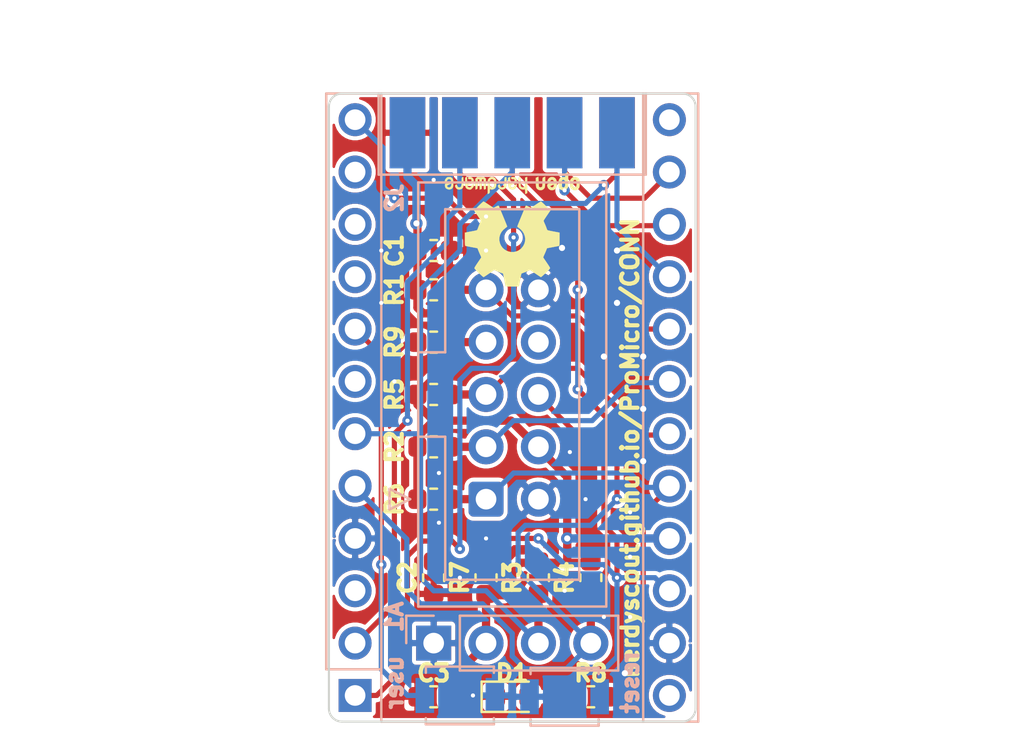
<source format=kicad_pcb>
(kicad_pcb (version 20171130) (host pcbnew 5.1.5+dfsg1-2build2)
  (title_block (title ProMicro_CONN) (date 2020-07-11) (rev v1.3) (company https://github.com/nerdyscout/ProMicro_CONN) (comment 1 "CERN Open Hardware Licence v1.2"))
  (layers (0 F.Cu mixed) (31 B.Cu mixed) (34 B.Paste user) (35 F.Paste user) (36 B.SilkS user) (37 F.SilkS user) (38 B.Mask user) (39 F.Mask user) (44 Edge.Cuts user))
  (net 0 "")
  (net 1 GND)
  (net 2 +3V3)
  (net 3 A3)
  (net 4 A2)
  (net 5 A1)
  (net 6 A0)
  (net 7 Reset)
  (net 8 "Net-(D1-Pad2)")
  (net 9 D15)
  (net 10 D3)
  (net 11 D14)
  (net 12 D2)
  (net 13 D16)
  (net 14 D0)
  (net 15 D1)
  (net 16 D9)
  (net 17 D5)
  (module Connector_IDC:IDC-Header_2x05_P2.54mm_Vertical (layer B.Cu) (at 143.51 94.615)
    (fp_text reference J1 hide)
    (fp_text value AVR-JTAG-10 hide)
    (pad 10 thru_hole circle (at 2.54 -10.16) (size 1.7 1.7) (drill 1) (layers *.Cu *.Mask) (net 1 GND))
    (pad 8 thru_hole circle (at 2.54 -7.62) (size 1.7 1.7) (drill 1) (layers *.Cu *.Mask))
    (pad 6 thru_hole circle (at 2.54 -5.08) (size 1.7 1.7) (drill 1) (layers *.Cu *.Mask) (net 7 Reset))
    (pad 4 thru_hole circle (at 2.54 -2.54) (size 1.7 1.7) (drill 1) (layers *.Cu *.Mask) (net 2 +3V3))
    (pad 2 thru_hole circle (at 2.54 0) (size 1.7 1.7) (drill 1) (layers *.Cu *.Mask) (net 1 GND))
    (pad 9 thru_hole circle (at 0 -10.16) (size 1.7 1.7) (drill 1) (layers *.Cu *.Mask) (net 6 A0))
    (pad 7 thru_hole circle (at 0 -7.62) (size 1.7 1.7) (drill 1) (layers *.Cu *.Mask) (net 2 +3V3))
    (pad 5 thru_hole circle (at 0 -5.08) (size 1.7 1.7) (drill 1) (layers *.Cu *.Mask) (net 4 A2))
    (pad 3 thru_hole circle (at 0 -2.54) (size 1.7 1.7) (drill 1) (layers *.Cu *.Mask) (net 5 A1))
    (pad 1 thru_hole roundrect (at 0 0) (size 1.7 1.7) (drill 1) (layers *.Cu *.Mask) (roundrect_rratio 0.147059) (net 3 A3))
  )
  (module Module:Sparkfun_Pro_Micro (layer B.Cu) (at 137.16 104.14)
    (fp_text reference A1 (at 1.905 -3.81 90) (layer B.SilkS) (effects (font (size 0.8 0.8) (thickness 0.2)) (justify mirror)))
    (fp_text value Sparkfun_Pro_Micro_3V3 hide)
    (pad 24 thru_hole oval (at 15.24 0) (size 1.6 1.6) (drill 1) (layers *.Cu *.Mask))
    (pad 23 thru_hole oval (at 15.24 -2.54) (size 1.6 1.6) (drill 1) (layers *.Cu *.Mask) (net 1 GND))
    (pad 22 thru_hole oval (at 15.24 -5.08) (size 1.6 1.6) (drill 1) (layers *.Cu *.Mask) (net 7 Reset))
    (pad 12 thru_hole oval (at 0 -27.94) (size 1.6 1.6) (drill 1) (layers *.Cu *.Mask) (net 16 D9))
    (pad 21 thru_hole oval (at 15.24 -7.62) (size 1.6 1.6) (drill 1) (layers *.Cu *.Mask) (net 2 +3V3))
    (pad 11 thru_hole oval (at 0 -25.4) (size 1.6 1.6) (drill 1) (layers *.Cu *.Mask))
    (pad 20 thru_hole oval (at 15.24 -10.16) (size 1.6 1.6) (drill 1) (layers *.Cu *.Mask) (net 3 A3))
    (pad 10 thru_hole oval (at 0 -22.86) (size 1.6 1.6) (drill 1) (layers *.Cu *.Mask))
    (pad 19 thru_hole oval (at 15.24 -12.7) (size 1.6 1.6) (drill 1) (layers *.Cu *.Mask) (net 4 A2))
    (pad 9 thru_hole oval (at 0 -20.32) (size 1.6 1.6) (drill 1) (layers *.Cu *.Mask))
    (pad 18 thru_hole oval (at 15.24 -15.24) (size 1.6 1.6) (drill 1) (layers *.Cu *.Mask) (net 5 A1))
    (pad 8 thru_hole oval (at 0 -17.78) (size 1.6 1.6) (drill 1) (layers *.Cu *.Mask) (net 17 D5))
    (pad 17 thru_hole oval (at 15.24 -17.78) (size 1.6 1.6) (drill 1) (layers *.Cu *.Mask) (net 6 A0))
    (pad 7 thru_hole oval (at 0 -15.24) (size 1.6 1.6) (drill 1) (layers *.Cu *.Mask))
    (pad 16 thru_hole oval (at 15.24 -20.32) (size 1.6 1.6) (drill 1) (layers *.Cu *.Mask) (net 9 D15))
    (pad 6 thru_hole oval (at 0 -12.7) (size 1.6 1.6) (drill 1) (layers *.Cu *.Mask) (net 10 D3))
    (pad 15 thru_hole oval (at 15.24 -22.86) (size 1.6 1.6) (drill 1) (layers *.Cu *.Mask) (net 11 D14))
    (pad 5 thru_hole oval (at 0 -10.16) (size 1.6 1.6) (drill 1) (layers *.Cu *.Mask) (net 12 D2))
    (pad 14 thru_hole oval (at 15.24 -25.4) (size 1.6 1.6) (drill 1) (layers *.Cu *.Mask) (net 13 D16))
    (pad 4 thru_hole oval (at 0 -7.62) (size 1.6 1.6) (drill 1) (layers *.Cu *.Mask) (net 1 GND))
    (pad 13 thru_hole oval (at 15.24 -27.94) (size 1.6 1.6) (drill 1) (layers *.Cu *.Mask))
    (pad 3 thru_hole oval (at 0 -5.08) (size 1.6 1.6) (drill 1) (layers *.Cu *.Mask))
    (pad 2 thru_hole oval (at 0 -2.54) (size 1.6 1.6) (drill 1) (layers *.Cu *.Mask) (net 14 D0))
    (pad 1 thru_hole rect (at 0 0) (size 1.6 1.6) (drill 1) (layers *.Cu *.Mask) (net 15 D1))
  )
  (module Button_Switch_SMD:SW_SPST_B3U-1000P (layer B.Cu) (at 142.24 104.14 180)
    (fp_text reference SW2 hide)
    (fp_text value user (at 3.175 0.635 90) (layer B.SilkS) (effects (font (size 0.8 0.8) (thickness 0.2)) (justify mirror)))
    (pad 2 smd rect (at 1.7 0 180) (size 0.9 1.7) (layers B.Cu B.Paste B.Mask) (net 17 D5))
    (pad 1 smd rect (at -1.7 0 180) (size 0.9 1.7) (layers B.Cu B.Paste B.Mask) (net 1 GND))
  )
  (module Resistor_SMD:R_0603_1608Metric (layer F.Cu) (at 140.97 86.995)
    (fp_text reference R9 (at -1.905 0 90) (layer F.SilkS) (effects (font (size 0.8 0.8) (thickness 0.2))))
    (fp_text value 4k7 hide)
    (pad 2 smd roundrect (at 0.7875 0) (size 0.875 0.95) (layers F.Cu F.Paste F.Mask) (net 2 +3V3))
    (pad 1 smd roundrect (at -0.7875 0) (size 0.875 0.95) (layers F.Cu F.Paste F.Mask) (net 17 D5))
  )
  (module Connector_PCBEdge:UEXT (layer B.Cu) (at 144.78 76.835 270)
    (fp_text reference J2 (at 3.175 5.715 270) (layer B.SilkS) (effects (font (size 0.8 0.8) (thickness 0.2)) (justify mirror)))
    (fp_text value UEXT_Host hide)
    (pad 7 smd rect (at 0 -2.54 270) (size 3.4544 1.7272) (layers B.Cu B.Mask) (net 11 D14))
    (pad 8 smd rect (at 0 -2.54 270) (size 3.4544 1.7272) (layers F.Cu F.Mask) (net 13 D16))
    (pad 9 smd rect (at 0 -5.08 270) (size 3.4544 1.7272) (layers B.Cu B.Mask) (net 9 D15))
    (pad 10 smd rect (at 0 -5.08 270) (size 3.4544 1.7272) (layers F.Cu F.Mask) (net 16 D9))
    (pad 6 smd rect (at 0 0 270) (size 3.4544 1.7272) (layers F.Cu F.Mask) (net 12 D2))
    (pad 5 smd rect (at 0 0 270) (size 3.4544 1.7272) (layers B.Cu B.Mask) (net 10 D3))
    (pad 4 smd rect (at 0 2.54 270) (size 3.4544 1.7272) (layers F.Cu F.Mask) (net 15 D1))
    (pad 3 smd rect (at 0 2.54 270) (size 3.4544 1.7272) (layers B.Cu B.Mask) (net 14 D0))
    (pad 2 smd rect (at 0 5.08 270) (size 3.4544 1.7272) (layers F.Cu F.Mask) (net 1 GND))
    (pad 1 smd rect (at 0 5.08 270) (size 3.4544 1.7272) (layers B.Cu B.Mask) (net 2 +3V3))
  )
  (module Symbol:OSHW-Logo2_7.3x6mm_SilkScreen (layer F.Cu) (at 144.78 81.534 180)
    (fp_text reference LOGO1 hide)
    (fp_text value Logo_Open_Hardware_Small hide)
  )
  (module Resistor_SMD:R_0603_1608Metric (layer F.Cu) (at 148.59 104.203452)
    (fp_text reference R8 (at 0 -1.143 -180) (layer F.SilkS) (effects (font (size 0.8 0.8) (thickness 0.2))))
    (fp_text value 1k hide)
    (pad 2 smd roundrect (at 0.7875 0) (size 0.875 0.95) (layers F.Cu F.Paste F.Mask) (net 3 A3))
    (pad 1 smd roundrect (at -0.7875 0) (size 0.875 0.95) (layers F.Cu F.Paste F.Mask) (net 8 "Net-(D1-Pad2)"))
  )
  (module Resistor_SMD:R_0603_1608Metric (layer F.Cu) (at 143.51 98.425 270)
    (fp_text reference R7 (at 0 1.27 270) (layer F.SilkS) (effects (font (size 0.8 0.8) (thickness 0.2))))
    (fp_text value 4k7 hide)
    (pad 2 smd roundrect (at 0.7875 0 270) (size 0.875 0.95) (layers F.Cu F.Paste F.Mask) (net 2 +3V3))
    (pad 1 smd roundrect (at -0.7875 0 270) (size 0.875 0.95) (layers F.Cu F.Paste F.Mask) (net 7 Reset))
  )
  (module Resistor_SMD:R_0603_1608Metric (layer F.Cu) (at 140.97 94.615 180)
    (fp_text reference R6 (at 1.905 0 90) (layer F.SilkS) (effects (font (size 0.8 0.8) (thickness 0.2))))
    (fp_text value 4k7 hide)
    (pad 2 smd roundrect (at 0.7875 0 180) (size 0.875 0.95) (layers F.Cu F.Paste F.Mask) (net 2 +3V3))
    (pad 1 smd roundrect (at -0.7875 0 180) (size 0.875 0.95) (layers F.Cu F.Paste F.Mask) (net 3 A3))
  )
  (module Resistor_SMD:R_0603_1608Metric (layer F.Cu) (at 140.97 89.535 180)
    (fp_text reference R5 (at 1.905 0 90) (layer F.SilkS) (effects (font (size 0.8 0.8) (thickness 0.2))))
    (fp_text value 4k7 hide)
    (pad 2 smd roundrect (at 0.7875 0 180) (size 0.875 0.95) (layers F.Cu F.Paste F.Mask) (net 2 +3V3))
    (pad 1 smd roundrect (at -0.7875 0 180) (size 0.875 0.95) (layers F.Cu F.Paste F.Mask) (net 4 A2))
  )
  (module Resistor_SMD:R_0603_1608Metric (layer F.Cu) (at 148.59 98.425 90)
    (fp_text reference R4 (at 0 -1.27 90) (layer F.SilkS) (effects (font (size 0.8 0.8) (thickness 0.2))))
    (fp_text value 4k7 hide)
    (pad 2 smd roundrect (at 0.7875 0 90) (size 0.875 0.95) (layers F.Cu F.Paste F.Mask) (net 2 +3V3))
    (pad 1 smd roundrect (at -0.7875 0 90) (size 0.875 0.95) (layers F.Cu F.Paste F.Mask) (net 12 D2))
  )
  (module Resistor_SMD:R_0603_1608Metric (layer F.Cu) (at 146.05 98.425 90)
    (fp_text reference R3 (at 0 -1.27 90) (layer F.SilkS) (effects (font (size 0.8 0.8) (thickness 0.2))))
    (fp_text value 4k7 hide)
    (pad 2 smd roundrect (at 0.7875 0 90) (size 0.875 0.95) (layers F.Cu F.Paste F.Mask) (net 2 +3V3))
    (pad 1 smd roundrect (at -0.7875 0 90) (size 0.875 0.95) (layers F.Cu F.Paste F.Mask) (net 10 D3))
  )
  (module Resistor_SMD:R_0603_1608Metric (layer F.Cu) (at 140.97 92.075 180)
    (fp_text reference R2 (at 1.905 0 90) (layer F.SilkS) (effects (font (size 0.8 0.8) (thickness 0.2))))
    (fp_text value 4k7 hide)
    (pad 2 smd roundrect (at 0.7875 0 180) (size 0.875 0.95) (layers F.Cu F.Paste F.Mask) (net 2 +3V3))
    (pad 1 smd roundrect (at -0.7875 0 180) (size 0.875 0.95) (layers F.Cu F.Paste F.Mask) (net 5 A1))
  )
  (module Resistor_SMD:R_0603_1608Metric (layer F.Cu) (at 140.97 84.455 180)
    (fp_text reference R1 (at 1.905 0 90) (layer F.SilkS) (effects (font (size 0.8 0.8) (thickness 0.2))))
    (fp_text value 4k7 hide)
    (pad 2 smd roundrect (at 0.7875 0 180) (size 0.875 0.95) (layers F.Cu F.Paste F.Mask) (net 2 +3V3))
    (pad 1 smd roundrect (at -0.7875 0 180) (size 0.875 0.95) (layers F.Cu F.Paste F.Mask) (net 6 A0))
  )
  (module Capacitor_SMD:C_0603_1608Metric (layer F.Cu) (at 140.97 104.203452 180)
    (fp_text reference C3 (at 0 1.143 180) (layer F.SilkS) (effects (font (size 0.8 0.8) (thickness 0.2))))
    (fp_text value 100n hide)
    (pad 2 smd roundrect (at 0.7875 0 180) (size 0.875 0.95) (layers F.Cu F.Paste F.Mask) (net 1 GND))
    (pad 1 smd roundrect (at -0.7875 0 180) (size 0.875 0.95) (layers F.Cu F.Paste F.Mask) (net 2 +3V3))
  )
  (module Capacitor_SMD:C_0603_1608Metric (layer F.Cu) (at 140.97 98.425 270)
    (fp_text reference C2 (at 0 1.27 270) (layer F.SilkS) (effects (font (size 0.8 0.8) (thickness 0.2))))
    (fp_text value 1µ hide)
    (pad 2 smd roundrect (at 0.7875 0 270) (size 0.875 0.95) (layers F.Cu F.Paste F.Mask) (net 1 GND))
    (pad 1 smd roundrect (at -0.7875 0 270) (size 0.875 0.95) (layers F.Cu F.Paste F.Mask) (net 7 Reset))
  )
  (module Capacitor_SMD:C_0603_1608Metric (layer F.Cu) (at 140.97 82.55)
    (fp_text reference C1 (at -1.905 0 90) (layer F.SilkS) (effects (font (size 0.8 0.8) (thickness 0.2))))
    (fp_text value 1µ hide)
    (pad 2 smd roundrect (at 0.7875 0) (size 0.875 0.95) (layers F.Cu F.Paste F.Mask) (net 1 GND))
    (pad 1 smd roundrect (at -0.7875 0) (size 0.875 0.95) (layers F.Cu F.Paste F.Mask) (net 2 +3V3))
  )
  (module Button_Switch_SMD:SW_SPST_B3U-1000P (layer B.Cu) (at 147.32 104.203452)
    (fp_text reference SW1 hide)
    (fp_text value reset (at 3.175 -0.698452 90) (layer B.SilkS) (effects (font (size 0.8 0.8) (thickness 0.2)) (justify mirror)))
    (pad 2 smd rect (at 1.7 0) (size 0.9 1.7) (layers B.Cu B.Paste B.Mask) (net 7 Reset))
    (pad 1 smd rect (at -1.7 0) (size 0.9 1.7) (layers B.Cu B.Paste B.Mask) (net 1 GND))
  )
  (module LED_SMD:LED_0603_1608Metric (layer F.Cu) (at 144.78 104.203452)
    (fp_text reference D1 (at 0 -1.143) (layer F.SilkS) (effects (font (size 0.8 0.8) (thickness 0.2))))
    (fp_text value LED hide)
    (pad 2 smd roundrect (at 0.7875 0) (size 0.875 0.95) (layers F.Cu F.Paste F.Mask) (net 8 "Net-(D1-Pad2)"))
    (pad 1 smd roundrect (at -0.7875 0) (size 0.875 0.95) (layers F.Cu F.Paste F.Mask) (net 1 GND))
  )
  (module Connector_PinHeader_2.54mm:PinHeader_1x04_P2.54mm_Vertical (layer B.Cu) (at 140.97 101.6 270)
    (fp_text reference J3 hide)
    (fp_text value Display hide)
    (pad 4 thru_hole oval (at 0 -7.62 270) (size 1.7 1.7) (drill 1) (layers *.Cu *.Mask) (net 12 D2))
    (pad 3 thru_hole oval (at 0 -5.08 270) (size 1.7 1.7) (drill 1) (layers *.Cu *.Mask) (net 10 D3))
    (pad 2 thru_hole oval (at 0 -2.54 270) (size 1.7 1.7) (drill 1) (layers *.Cu *.Mask) (net 2 +3V3))
    (pad 1 thru_hole rect (at 0 0 270) (size 1.7 1.7) (drill 1) (layers *.Cu *.Mask) (net 1 GND))
  )
  (gr_line (start 153.67 75.565) (end 153.67 104.775) (layer Edge.Cuts) (width 0.1))
  (gr_line (start 135.89 104.775) (end 135.89 75.565) (layer Edge.Cuts) (width 0.1))
  (gr_text nerdyscout.github.io/ProMicro/CONN (at 150.495 92.138452 90) (layer F.SilkS) (effects (font (size 0.8 0.8) (thickness 0.2))))
  (gr_arc (start 136.525 75.565) (end 135.89 75.565) (angle 90) (layer Edge.Cuts) (width 0.1))
  (gr_arc (start 153.035 75.565) (end 153.035 74.93) (angle 90) (layer Edge.Cuts) (width 0.1))
  (gr_arc (start 153.035 104.775) (end 153.67 104.775) (angle 90) (layer Edge.Cuts) (width 0.1))
  (gr_arc (start 136.525 104.775) (end 136.525 105.41) (angle 90) (layer Edge.Cuts) (width 0.1))
  (gr_line (start 153.035 74.93) (end 136.525 74.93) (layer Edge.Cuts) (width 0.1))
  (gr_line (start 136.525 105.41) (end 153.035 105.41) (layer Edge.Cuts) (width 0.1))
  (via (at 150.495 97.409) (size 0.5) (drill 0.2) (layers F.Cu B.Cu) (net 1))
  (via (at 150.495 100.33) (size 0.5) (drill 0.2) (layers F.Cu B.Cu) (net 1))
  (via (at 150.241 103.060452) (size 0.6) (drill 0.3) (layers F.Cu B.Cu) (net 1))
  (via (at 149.86 82.55) (size 0.6) (drill 0.3) (layers F.Cu B.Cu) (net 1))
  (via (at 149.86 85.09) (size 0.6) (drill 0.3) (layers F.Cu B.Cu) (net 1))
  (via (at 149.225 87.693452) (size 0.6) (drill 0.3) (layers F.Cu B.Cu) (net 1))
  (via (at 151.13 87.693452) (size 0.6) (drill 0.3) (layers F.Cu B.Cu) (net 1))
  (via (at 151.13 92.773452) (size 0.6) (drill 0.3) (layers F.Cu B.Cu) (net 1))
  (via (at 151.13 90.233452) (size 0.6) (drill 0.3) (layers F.Cu B.Cu) (net 1))
  (via (at 149.225 100.33) (size 0.45) (drill 0.2) (layers F.Cu B.Cu) (net 1))
  (via (at 150.495 95.25) (size 0.5) (drill 0.2) (layers F.Cu B.Cu) (net 1))
  (via (at 147.32 99.06) (size 0.5) (drill 0.2) (layers F.Cu B.Cu) (net 1))
  (via (at 147.193 82.423) (size 0.6) (drill 0.3) (layers F.Cu B.Cu) (net 1))
  (via (at 143.51 82.55) (size 0.5) (drill 0.2) (layers F.Cu B.Cu) (net 1))
  (via (at 138.43 85.09) (size 0.5) (drill 0.2) (layers F.Cu B.Cu) (net 1))
  (via (at 138.43 82.55) (size 0.5) (drill 0.2) (layers F.Cu B.Cu) (net 1))
  (via (at 142.875 104.14) (size 0.5) (drill 0.2) (layers F.Cu B.Cu) (net 1))
  (via (at 139.065 88.9) (size 0.5) (drill 0.2) (layers F.Cu B.Cu) (net 1))
  (via (at 143.51 96.52) (size 0.5) (drill 0.2) (layers F.Cu B.Cu) (net 1))
  (via (at 148.336 94.615) (size 0.5) (drill 0.2) (layers F.Cu B.Cu) (net 1))
  (via (at 140.97 79.121) (size 0.5) (drill 0.2) (layers F.Cu B.Cu) (net 1))
  (via (at 147.574 92.329) (size 0.5) (drill 0.2) (layers F.Cu B.Cu) (net 1))
  (via (at 141.224 93.345) (size 0.5) (drill 0.2) (layers F.Cu B.Cu) (net 1))
  (via (at 141.224 95.758) (size 0.5) (drill 0.2) (layers F.Cu B.Cu) (net 1))
  (via (at 142.24 98.425) (size 0.5) (drill 0.2) (layers F.Cu B.Cu) (net 1))
  (segment (start 148.59 97.700952) (end 147.484952 97.700952) (width 0.4) (layer F.Cu) (net 2))
  (segment (start 141.7575 104.203452) (end 141.7575 103.415952) (width 0.4) (layer F.Cu) (net 2))
  (segment (start 141.7575 103.415952) (end 142.24 102.933452) (width 0.4) (layer F.Cu) (net 2))
  (segment (start 143.51 101.663452) (end 142.24 102.933452) (width 0.4) (layer F.Cu) (net 2))
  (segment (start 147.447 97.663) (end 147.447 96.944264) (width 0.4) (layer F.Cu) (net 2))
  (segment (start 152.336548 96.52) (end 147.871264 96.52) (width 0.4) (layer B.Cu) (net 2))
  (segment (start 147.871264 96.52) (end 147.447 96.52) (width 0.4) (layer B.Cu) (net 2))
  (segment (start 147.484952 97.700952) (end 147.447 97.663) (width 0.4) (layer F.Cu) (net 2))
  (segment (start 147.447 96.944264) (end 147.447 96.52) (width 0.4) (layer F.Cu) (net 2))
  (segment (start 152.4 96.583452) (end 152.336548 96.52) (width 0.4) (layer B.Cu) (net 2))
  (via (at 147.447 96.52) (size 0.6) (drill 0.3) (layers F.Cu B.Cu) (net 2))
  (segment (start 140.1825 84.455) (end 140.1825 83.88) (width 0.4) (layer F.Cu) (net 2))
  (segment (start 140.1825 83.125) (end 140.1825 83.88) (width 0.4) (layer F.Cu) (net 2))
  (segment (start 140.1825 82.55) (end 140.1825 83.125) (width 0.4) (layer F.Cu) (net 2))
  (segment (start 140.1825 82.55) (end 140.1825 81.28) (width 0.4) (layer F.Cu) (net 2))
  (segment (start 140.1825 81.28) (end 140.133596 81.231096) (width 0.4) (layer F.Cu) (net 2))
  (via (at 140.133596 81.231096) (size 0.6) (drill 0.3) (layers F.Cu B.Cu) (net 2))
  (segment (start 140.1825 81.28) (end 140.133596 81.231096) (width 0.4) (layer B.Cu) (net 2))
  (segment (start 139.7 78.9622) (end 140.133596 79.395796) (width 0.4) (layer B.Cu) (net 2))
  (segment (start 140.133596 79.395796) (end 140.133596 81.231096) (width 0.4) (layer B.Cu) (net 2))
  (segment (start 139.7 76.835) (end 139.7 78.9622) (width 0.4) (layer B.Cu) (net 2))
  (segment (start 141.605 88.1125) (end 140.1825 89.535) (width 0.4) (layer F.Cu) (net 2))
  (segment (start 141.7575 86.995) (end 141.7575 87.96) (width 0.4) (layer F.Cu) (net 2))
  (segment (start 141.7575 87.96) (end 141.605 88.1125) (width 0.4) (layer F.Cu) (net 2))
  (segment (start 140.1825 90.0175) (end 140.97 90.805) (width 0.4) (layer F.Cu) (net 2))
  (segment (start 140.1825 89.598452) (end 140.1825 90.0175) (width 0.4) (layer F.Cu) (net 2))
  (segment (start 147.447 96.095736) (end 147.447 96.52) (width 0.4) (layer F.Cu) (net 2))
  (segment (start 140.1825 91.5925) (end 140.97 90.805) (width 0.4) (layer F.Cu) (net 2))
  (segment (start 140.1825 94.678452) (end 140.1825 91.5925) (width 0.4) (layer F.Cu) (net 2))
  (segment (start 140.97 90.805) (end 144.716548 90.805) (width 0.4) (layer F.Cu) (net 2))
  (segment (start 144.716548 90.805) (end 147.447 93.535452) (width 0.4) (layer F.Cu) (net 2))
  (segment (start 147.447 93.535452) (end 147.447 96.095736) (width 0.4) (layer F.Cu) (net 2))
  (segment (start 142.113 86.995) (end 141.7575 86.995) (width 0.4) (layer F.Cu) (net 2))
  (segment (start 143.51 86.995) (end 142.113 86.995) (width 0.4) (layer F.Cu) (net 2))
  (segment (start 140.1825 85.3185) (end 140.1825 84.455) (width 0.4) (layer F.Cu) (net 2))
  (segment (start 140.462 85.598) (end 140.1825 85.3185) (width 0.4) (layer F.Cu) (net 2))
  (segment (start 141.20675 85.598) (end 140.462 85.598) (width 0.4) (layer F.Cu) (net 2))
  (segment (start 141.7575 86.995) (end 141.7575 86.14875) (width 0.4) (layer F.Cu) (net 2))
  (segment (start 141.7575 86.14875) (end 141.20675 85.598) (width 0.4) (layer F.Cu) (net 2))
  (segment (start 145.1865 97.700952) (end 146.05 97.700952) (width 0.4) (layer F.Cu) (net 2))
  (segment (start 143.51 101.663452) (end 143.51 99.275952) (width 0.4) (layer F.Cu) (net 2))
  (segment (start 144.78 98.107452) (end 145.1865 97.700952) (width 0.4) (layer F.Cu) (net 2))
  (segment (start 143.51 99.275952) (end 144.3735 99.275952) (width 0.4) (layer F.Cu) (net 2))
  (segment (start 144.3735 99.275952) (end 144.78 98.869452) (width 0.4) (layer F.Cu) (net 2))
  (segment (start 144.78 98.869452) (end 144.78 98.107452) (width 0.4) (layer F.Cu) (net 2))
  (segment (start 146.05 97.700952) (end 147.484952 97.700952) (width 0.4) (layer F.Cu) (net 2))
  (segment (start 150.368 104.203452) (end 151.13 103.441452) (width 0.25) (layer F.Cu) (net 3))
  (segment (start 149.3775 104.203452) (end 150.368 104.203452) (width 0.25) (layer F.Cu) (net 3))
  (segment (start 151.13 95.313452) (end 152.4 94.043452) (width 0.25) (layer F.Cu) (net 3))
  (segment (start 151.13 103.441452) (end 151.13 95.313452) (width 0.25) (layer F.Cu) (net 3))
  (segment (start 141.7575 94.615) (end 143.51 94.615) (width 0.4) (layer F.Cu) (net 3))
  (segment (start 150.495 93.345) (end 151.193452 94.043452) (width 0.25) (layer B.Cu) (net 3))
  (segment (start 151.193452 94.043452) (end 152.4 94.043452) (width 0.25) (layer B.Cu) (net 3))
  (segment (start 143.51 94.678452) (end 144.843452 93.345) (width 0.25) (layer B.Cu) (net 3))
  (segment (start 144.843452 93.345) (end 150.495 93.345) (width 0.25) (layer B.Cu) (net 3))
  (segment (start 141.7575 89.535) (end 143.51 89.535) (width 0.4) (layer F.Cu) (net 4))
  (segment (start 151.193452 91.503452) (end 152.4 91.503452) (width 0.25) (layer F.Cu) (net 4))
  (segment (start 143.51 89.598452) (end 144.843452 88.265) (width 0.25) (layer F.Cu) (net 4))
  (segment (start 147.955 88.265) (end 151.193452 91.503452) (width 0.25) (layer F.Cu) (net 4))
  (segment (start 144.843452 88.265) (end 147.955 88.265) (width 0.25) (layer F.Cu) (net 4))
  (segment (start 141.7575 92.075) (end 143.51 92.075) (width 0.4) (layer F.Cu) (net 5))
  (segment (start 144.843452 90.805) (end 143.51 92.138452) (width 0.25) (layer B.Cu) (net 5))
  (segment (start 148.653452 90.805) (end 144.843452 90.805) (width 0.25) (layer B.Cu) (net 5))
  (segment (start 152.4 88.963452) (end 150.495 88.963452) (width 0.25) (layer B.Cu) (net 5))
  (segment (start 150.495 88.963452) (end 148.653452 90.805) (width 0.25) (layer B.Cu) (net 5))
  (segment (start 141.7575 84.455) (end 143.51 84.455) (width 0.4) (layer F.Cu) (net 6))
  (segment (start 148.59 86.36) (end 152.4 86.36) (width 0.25) (layer F.Cu) (net 6))
  (segment (start 147.955 85.725) (end 148.59 86.36) (width 0.25) (layer F.Cu) (net 6))
  (segment (start 143.51 84.455) (end 144.78 85.725) (width 0.25) (layer F.Cu) (net 6))
  (segment (start 144.78 85.725) (end 147.955 85.725) (width 0.25) (layer F.Cu) (net 6))
  (segment (start 140.97 97.6375) (end 142.0875 97.6375) (width 0.25) (layer F.Cu) (net 7))
  (segment (start 143.51 97.6375) (end 142.0875 97.6375) (width 0.25) (layer F.Cu) (net 7))
  (segment (start 150.213553 98.425) (end 149.86 98.425) (width 0.25) (layer B.Cu) (net 7))
  (segment (start 152.4 99.123452) (end 151.701548 98.425) (width 0.25) (layer B.Cu) (net 7))
  (segment (start 149.86 98.778553) (end 149.86 98.425) (width 0.25) (layer B.Cu) (net 7))
  (via (at 149.86 98.425) (size 0.5) (drill 0.2) (layers F.Cu B.Cu) (net 7))
  (segment (start 151.701548 98.425) (end 150.213553 98.425) (width 0.25) (layer B.Cu) (net 7))
  (segment (start 149.02 103.103452) (end 149.86 102.263452) (width 0.25) (layer B.Cu) (net 7))
  (segment (start 149.02 104.203452) (end 149.02 103.103452) (width 0.25) (layer B.Cu) (net 7))
  (segment (start 149.86 102.263452) (end 149.86 101.6) (width 0.25) (layer B.Cu) (net 7))
  (segment (start 149.86 101.6) (end 149.86 98.778553) (width 0.25) (layer B.Cu) (net 7))
  (segment (start 144.690952 96.52) (end 145.696447 96.52) (width 0.25) (layer F.Cu) (net 7))
  (segment (start 146.299999 96.769999) (end 146.05 96.52) (width 0.25) (layer B.Cu) (net 7))
  (segment (start 145.696447 96.52) (end 146.05 96.52) (width 0.25) (layer F.Cu) (net 7))
  (via (at 146.05 96.52) (size 0.5) (drill 0.2) (layers F.Cu B.Cu) (net 7))
  (segment (start 149.225 97.79) (end 147.32 97.79) (width 0.25) (layer B.Cu) (net 7))
  (segment (start 147.32 97.79) (end 146.299999 96.769999) (width 0.25) (layer B.Cu) (net 7))
  (segment (start 149.86 98.425) (end 149.225 97.79) (width 0.25) (layer B.Cu) (net 7))
  (segment (start 143.51 97.700952) (end 144.690952 96.52) (width 0.25) (layer F.Cu) (net 7))
  (segment (start 149.86 96.52) (end 149.86 98.071447) (width 0.25) (layer F.Cu) (net 7))
  (segment (start 149.225 95.885) (end 149.86 96.52) (width 0.25) (layer F.Cu) (net 7))
  (segment (start 146.05 89.598452) (end 149.225 92.773452) (width 0.25) (layer F.Cu) (net 7))
  (segment (start 149.86 98.071447) (end 149.86 98.425) (width 0.25) (layer F.Cu) (net 7))
  (segment (start 149.225 92.773452) (end 149.225 95.885) (width 0.25) (layer F.Cu) (net 7))
  (segment (start 147.8025 104.203452) (end 146.685 104.203452) (width 0.25) (layer F.Cu) (net 8))
  (segment (start 145.5675 104.203452) (end 146.685 104.203452) (width 0.25) (layer F.Cu) (net 8))
  (segment (start 149.86 76.898452) (end 149.86 81.343452) (width 0.25) (layer B.Cu) (net 9))
  (segment (start 149.86 81.343452) (end 152.4 83.883452) (width 0.25) (layer B.Cu) (net 9))
  (segment (start 146.05 99.275952) (end 146.05 101.663452) (width 0.4) (layer F.Cu) (net 10))
  (segment (start 137.16 91.44) (end 138.43 91.44) (width 0.25) (layer B.Cu) (net 10))
  (segment (start 138.43 91.44) (end 138.646002 91.44) (width 0.25) (layer B.Cu) (net 10))
  (segment (start 146.05 101.663452) (end 146.05 101.6) (width 0.25) (layer B.Cu) (net 10))
  (segment (start 138.43 91.44) (end 140.335 91.44) (width 0.25) (layer B.Cu) (net 10))
  (segment (start 144.78 78.74) (end 144.78 76.898452) (width 0.25) (layer B.Cu) (net 10))
  (segment (start 142.24 81.28) (end 144.78 78.74) (width 0.25) (layer B.Cu) (net 10))
  (segment (start 142.24 82.55) (end 142.24 81.28) (width 0.25) (layer B.Cu) (net 10))
  (segment (start 140.335 91.44) (end 140.335 84.455) (width 0.25) (layer B.Cu) (net 10))
  (segment (start 140.335 84.455) (end 142.24 82.55) (width 0.25) (layer B.Cu) (net 10))
  (segment (start 144.653 100.203) (end 146.05 101.6) (width 0.25) (layer B.Cu) (net 10))
  (segment (start 143.51 99.06) (end 144.653 100.203) (width 0.25) (layer B.Cu) (net 10))
  (segment (start 140.97 99.06) (end 143.51 99.06) (width 0.25) (layer B.Cu) (net 10))
  (segment (start 140.335 91.44) (end 140.335 98.425) (width 0.25) (layer B.Cu) (net 10))
  (segment (start 140.335 98.425) (end 140.97 99.06) (width 0.25) (layer B.Cu) (net 10))
  (segment (start 147.569999 79.878999) (end 147.32 79.629) (width 0.25) (layer F.Cu) (net 11))
  (via (at 147.32 79.629) (size 0.5) (drill 0.2) (layers F.Cu B.Cu) (net 11))
  (segment (start 147.32 76.898452) (end 147.32 79.629) (width 0.25) (layer B.Cu) (net 11))
  (segment (start 152.4 81.343452) (end 149.034452 81.343452) (width 0.25) (layer F.Cu) (net 11))
  (segment (start 149.034452 81.343452) (end 147.569999 79.878999) (width 0.25) (layer F.Cu) (net 11))
  (segment (start 148.59 99.275952) (end 148.59 101.663452) (width 0.4) (layer F.Cu) (net 12))
  (segment (start 148.59 101.663452) (end 148.59 101.6) (width 0.25) (layer F.Cu) (net 12))
  (via (at 149.86 94.615) (size 0.5) (drill 0.2) (layers F.Cu B.Cu) (net 12))
  (via (at 147.955 84.455) (size 0.5) (drill 0.2) (layers F.Cu B.Cu) (net 12))
  (via (at 147.955 89.281) (size 0.5) (drill 0.2) (layers F.Cu B.Cu) (net 12))
  (segment (start 149.86 94.615) (end 149.86 91.186) (width 0.25) (layer F.Cu) (net 12))
  (segment (start 148.204999 89.530999) (end 147.955 89.281) (width 0.25) (layer F.Cu) (net 12))
  (segment (start 149.86 91.186) (end 148.204999 89.530999) (width 0.25) (layer F.Cu) (net 12))
  (segment (start 147.955 84.455) (end 147.955 89.281) (width 0.25) (layer B.Cu) (net 12))
  (segment (start 144.78 79.0575) (end 144.78 76.835) (width 0.25) (layer F.Cu) (net 12))
  (segment (start 147.955 84.455) (end 147.955 82.2325) (width 0.25) (layer F.Cu) (net 12))
  (segment (start 147.955 82.2325) (end 144.78 79.0575) (width 0.25) (layer F.Cu) (net 12))
  (segment (start 139.668274 96.551726) (end 137.16 94.043452) (width 0.25) (layer B.Cu) (net 12))
  (segment (start 140.335 99.695) (end 139.668274 99.028274) (width 0.25) (layer B.Cu) (net 12))
  (segment (start 139.668274 99.028274) (end 139.668274 96.551726) (width 0.25) (layer B.Cu) (net 12))
  (segment (start 145.065774 98.075774) (end 148.621726 101.631726) (width 0.25) (layer B.Cu) (net 12))
  (segment (start 149.86 94.615) (end 148.59 95.885) (width 0.25) (layer B.Cu) (net 12))
  (segment (start 143.344002 99.695) (end 140.335 99.695) (width 0.25) (layer B.Cu) (net 12))
  (segment (start 145.065774 96.234226) (end 145.065774 98.075774) (width 0.25) (layer B.Cu) (net 12))
  (segment (start 147.414999 102.838453) (end 145.383453 102.838453) (width 0.25) (layer B.Cu) (net 12))
  (segment (start 148.621726 101.631726) (end 147.414999 102.838453) (width 0.25) (layer B.Cu) (net 12))
  (segment (start 145.383453 102.838453) (end 144.78 102.235) (width 0.25) (layer B.Cu) (net 12))
  (segment (start 145.415 95.885) (end 145.065774 96.234226) (width 0.25) (layer B.Cu) (net 12))
  (segment (start 144.78 102.235) (end 144.78 101.130998) (width 0.25) (layer B.Cu) (net 12))
  (segment (start 148.59 95.885) (end 145.415 95.885) (width 0.25) (layer B.Cu) (net 12))
  (segment (start 144.78 101.130998) (end 143.344002 99.695) (width 0.25) (layer B.Cu) (net 12))
  (segment (start 147.32 78.74) (end 147.32 76.898452) (width 0.25) (layer F.Cu) (net 13))
  (segment (start 148.59 80.01) (end 147.32 78.74) (width 0.25) (layer F.Cu) (net 13))
  (segment (start 152.4 78.803452) (end 151.193452 80.01) (width 0.25) (layer F.Cu) (net 13))
  (segment (start 151.193452 80.01) (end 148.59 80.01) (width 0.25) (layer F.Cu) (net 13))
  (via (at 139.7 90.805) (size 0.5) (drill 0.2) (layers F.Cu B.Cu) (net 14))
  (segment (start 142.24 76.898452) (end 141.605 77.533452) (width 0.25) (layer B.Cu) (net 14))
  (segment (start 137.16 101.663452) (end 139.065 99.758452) (width 0.25) (layer F.Cu) (net 14))
  (segment (start 139.065 91.44) (end 139.7 90.805) (width 0.25) (layer F.Cu) (net 14))
  (segment (start 139.065 99.758452) (end 139.065 91.44) (width 0.25) (layer F.Cu) (net 14))
  (segment (start 139.7 84.074) (end 139.7 90.805) (width 0.25) (layer B.Cu) (net 14))
  (segment (start 141.605 81.026) (end 141.605 82.169) (width 0.25) (layer B.Cu) (net 14))
  (segment (start 142.24 76.835) (end 142.24 80.391) (width 0.25) (layer B.Cu) (net 14))
  (segment (start 141.605 82.169) (end 139.7 84.074) (width 0.25) (layer B.Cu) (net 14))
  (segment (start 142.24 80.391) (end 141.605 81.026) (width 0.25) (layer B.Cu) (net 14))
  (via (at 144.845013 81.915) (size 0.5) (drill 0.2) (layers F.Cu B.Cu) (net 15))
  (segment (start 142.24 78.8122) (end 142.24 76.835) (width 0.25) (layer F.Cu) (net 15))
  (segment (start 142.5214 79.0936) (end 142.24 78.8122) (width 0.25) (layer F.Cu) (net 15))
  (segment (start 144.845013 81.915) (end 144.845013 80.075013) (width 0.25) (layer F.Cu) (net 15))
  (segment (start 143.8636 79.0936) (end 142.5214 79.0936) (width 0.25) (layer F.Cu) (net 15))
  (segment (start 144.845013 80.075013) (end 143.8636 79.0936) (width 0.25) (layer F.Cu) (net 15))
  (segment (start 142.24 96.674447) (end 142.24 97.028) (width 0.25) (layer B.Cu) (net 15))
  (segment (start 144.208452 88.265) (end 142.811452 88.265) (width 0.25) (layer B.Cu) (net 15))
  (via (at 142.24 97.028) (size 0.5) (drill 0.2) (layers F.Cu B.Cu) (net 15))
  (segment (start 142.24 88.836452) (end 142.24 96.674447) (width 0.25) (layer B.Cu) (net 15))
  (segment (start 144.845013 81.915) (end 144.845013 87.628439) (width 0.25) (layer B.Cu) (net 15))
  (segment (start 144.845013 87.628439) (end 144.208452 88.265) (width 0.25) (layer B.Cu) (net 15))
  (segment (start 142.811452 88.265) (end 142.24 88.836452) (width 0.25) (layer B.Cu) (net 15))
  (segment (start 141.859 96.647) (end 142.24 97.028) (width 0.25) (layer F.Cu) (net 15))
  (segment (start 138.21 104.14) (end 139.7 102.65) (width 0.25) (layer F.Cu) (net 15))
  (segment (start 137.16 104.14) (end 138.21 104.14) (width 0.25) (layer F.Cu) (net 15))
  (segment (start 139.7 102.65) (end 139.7 97.377226) (width 0.25) (layer F.Cu) (net 15))
  (segment (start 139.7 97.377226) (end 140.430226 96.647) (width 0.25) (layer F.Cu) (net 15))
  (segment (start 140.430226 96.647) (end 141.859 96.647) (width 0.25) (layer F.Cu) (net 15))
  (via (at 149.225001 79.375001) (size 0.5) (drill 0.2) (layers F.Cu B.Cu) (net 16))
  (segment (start 149.86 78.8122) (end 149.297199 79.375001) (width 0.25) (layer F.Cu) (net 16))
  (segment (start 149.86 76.835) (end 149.86 78.8122) (width 0.25) (layer F.Cu) (net 16))
  (segment (start 149.297199 79.375001) (end 149.225001 79.375001) (width 0.25) (layer F.Cu) (net 16))
  (via (at 139.065 80.01) (size 0.5) (drill 0.2) (layers F.Cu B.Cu) (net 16))
  (segment (start 138.511399 77.551399) (end 138.511399 79.456399) (width 0.25) (layer B.Cu) (net 16))
  (segment (start 138.815001 79.760001) (end 139.065 80.01) (width 0.25) (layer B.Cu) (net 16))
  (segment (start 138.511399 79.456399) (end 138.815001 79.760001) (width 0.25) (layer B.Cu) (net 16))
  (segment (start 137.16 76.2) (end 138.511399 77.551399) (width 0.25) (layer B.Cu) (net 16))
  (via (at 143.51 80.899) (size 0.5) (drill 0.2) (layers F.Cu B.Cu) (net 16))
  (segment (start 142.494 80.899) (end 143.51 80.899) (width 0.25) (layer F.Cu) (net 16))
  (segment (start 139.065 80.01) (end 141.605 80.01) (width 0.25) (layer F.Cu) (net 16))
  (segment (start 141.605 80.01) (end 142.494 80.899) (width 0.25) (layer F.Cu) (net 16))
  (segment (start 148.336002 80.264) (end 149.225001 79.375001) (width 0.25) (layer B.Cu) (net 16))
  (segment (start 143.51 80.899) (end 144.145 80.264) (width 0.25) (layer B.Cu) (net 16))
  (segment (start 144.145 80.264) (end 148.336002 80.264) (width 0.25) (layer B.Cu) (net 16))
  (segment (start 140.54 104.14) (end 139.7 104.14) (width 0.25) (layer B.Cu) (net 17))
  (segment (start 139.7 104.14) (end 138.43 102.87) (width 0.25) (layer B.Cu) (net 17))
  (via (at 138.43 97.79) (size 0.5) (drill 0.2) (layers F.Cu B.Cu) (net 17))
  (segment (start 138.43 102.87) (end 138.43 97.79) (width 0.25) (layer B.Cu) (net 17))
  (segment (start 139.7 86.995) (end 140.1825 86.995) (width 0.25) (layer F.Cu) (net 17))
  (segment (start 138.43 97.79) (end 138.43 88.265) (width 0.25) (layer F.Cu) (net 17))
  (segment (start 137.959999 87.159999) (end 138.7475 87.9475) (width 0.25) (layer F.Cu) (net 17))
  (segment (start 137.16 86.36) (end 137.959999 87.159999) (width 0.25) (layer F.Cu) (net 17))
  (segment (start 138.43 88.265) (end 138.7475 87.9475) (width 0.25) (layer F.Cu) (net 17))
  (segment (start 138.7475 87.9475) (end 139.7 86.995) (width 0.25) (layer F.Cu) (net 17))
  (zone (net 1) (net_name GND) (layer B.Cu) (connect_pads (clearance 0.125)) (min_thickness 0.125) (fill yes (arc_segments 32) (thermal_gap 0.2) (thermal_bridge_width 0.3))
    (polygon (pts (xy 153.67 74.993452) (xy 135.89 74.993452) (xy 135.89 105.473452) (xy 153.67 105.473452)))
  )
  (zone (net 1) (net_name GND) (layer F.Cu) (connect_pads (clearance 0.125)) (min_thickness 0.125) (fill yes (arc_segments 32) (thermal_gap 0.2) (thermal_bridge_width 0.3))
    (polygon (pts (xy 153.67 74.993452) (xy 135.89 74.993452) (xy 135.89 105.473452) (xy 153.67 105.473452)))
  )
)
</source>
